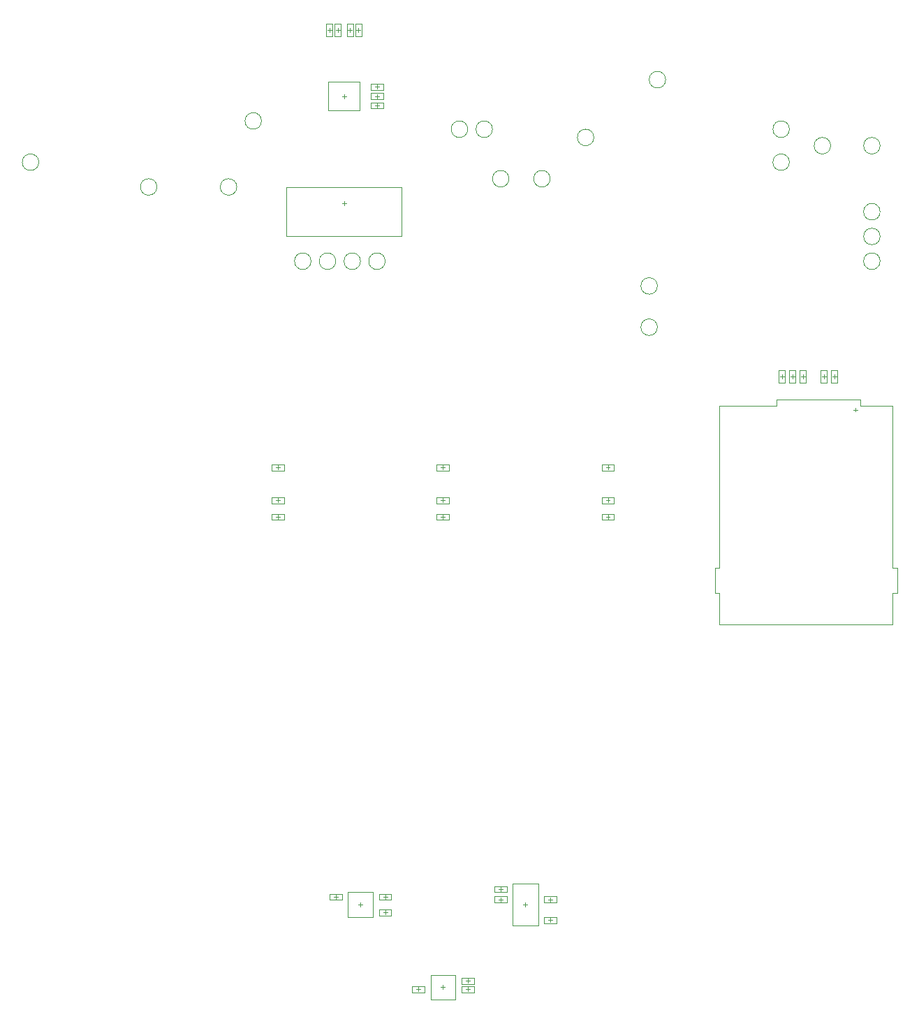
<source format=gbr>
%TF.GenerationSoftware,Altium Limited,Altium Designer,23.3.1 (30)*%
G04 Layer_Color=16711935*
%FSLAX45Y45*%
%MOMM*%
%TF.SameCoordinates,E4F86091-2262-4A10-A0E3-B6E4D0D901A0*%
%TF.FilePolarity,Positive*%
%TF.FileFunction,Other,Bottom_Courtyard*%
%TF.Part,Single*%
G01*
G75*
%TA.AperFunction,NonConductor*%
%ADD81C,0.10000*%
%ADD158C,0.02000*%
%ADD159C,0.01000*%
D81*
X-1600000Y8800000D02*
G03*
X-1600000Y8800000I-100000J0D01*
G01*
X-1300000D02*
G03*
X-1300000Y8800000I-100000J0D01*
G01*
X-700000D02*
G03*
X-700000Y8800000I-100000J0D01*
G01*
X-1000000D02*
G03*
X-1000000Y8800000I-100000J0D01*
G01*
X1829820Y10300000D02*
G03*
X1829820Y10300000I-100000J0D01*
G01*
X2700000Y11000000D02*
G03*
X2700000Y11000000I-100000J0D01*
G01*
X5300000Y9400000D02*
G03*
X5300000Y9400000I-100000J0D01*
G01*
X4700000Y10200000D02*
G03*
X4700000Y10200000I-100000J0D01*
G01*
X5300000Y9100000D02*
G03*
X5300000Y9100000I-100000J0D01*
G01*
Y8800000D02*
G03*
X5300000Y8800000I-100000J0D01*
G01*
X4200000Y10400000D02*
G03*
X4200000Y10400000I-100000J0D01*
G01*
Y10000000D02*
G03*
X4200000Y10000000I-100000J0D01*
G01*
X5300000Y10200000D02*
G03*
X5300000Y10200000I-100000J0D01*
G01*
X300000Y10400000D02*
G03*
X300000Y10400000I-100000J0D01*
G01*
X600000D02*
G03*
X600000Y10400000I-100000J0D01*
G01*
X2600000Y8500000D02*
G03*
X2600000Y8500000I-100000J0D01*
G01*
Y8000000D02*
G03*
X2600000Y8000000I-100000J0D01*
G01*
X800000Y9800000D02*
G03*
X800000Y9800000I-100000J0D01*
G01*
X1300000D02*
G03*
X1300000Y9800000I-100000J0D01*
G01*
X-2500000Y9700000D02*
G03*
X-2500000Y9700000I-100000J0D01*
G01*
X-2200000Y10500000D02*
G03*
X-2200000Y10500000I-100000J0D01*
G01*
X-3468000Y9700000D02*
G03*
X-3468000Y9700000I-100000J0D01*
G01*
X-4900000Y10000000D02*
G03*
X-4900000Y10000000I-100000J0D01*
G01*
D158*
X-725000Y10650000D02*
Y10725000D01*
X-875000D02*
X-725000D01*
X-875000Y10650000D02*
X-725000D01*
X-825000Y10687500D02*
X-775000D01*
X-800000Y10662500D02*
Y10712500D01*
X-875000Y10650000D02*
Y10725000D01*
Y10875000D02*
Y10950000D01*
X-800000Y10887500D02*
Y10937500D01*
X-825000Y10912500D02*
X-775000D01*
X-875000Y10875000D02*
X-725000D01*
X-875000Y10950000D02*
X-725000D01*
Y10875000D02*
Y10950000D01*
X-1412500Y11525000D02*
X-1337500D01*
X-1400000Y11600000D02*
X-1350000D01*
X-1375000Y11575000D02*
Y11625000D01*
X-1337500Y11525000D02*
Y11675000D01*
X-1412500Y11525000D02*
Y11675000D01*
X-1337500D01*
X-1312500Y11525000D02*
X-1237500D01*
X-1300000Y11600000D02*
X-1250000D01*
X-1275000Y11575000D02*
Y11625000D01*
X-1237500Y11525000D02*
Y11675000D01*
X-1312500Y11525000D02*
Y11675000D01*
X-1237500D01*
X-1162500Y11525000D02*
X-1087500D01*
X-1150000Y11600000D02*
X-1100000D01*
X-1125000Y11575000D02*
Y11625000D01*
X-1087500Y11525000D02*
Y11675000D01*
X-1162500Y11525000D02*
Y11675000D01*
X-1087500D01*
X-1062500Y11525000D02*
X-987500D01*
X-1050000Y11600000D02*
X-1000000D01*
X-1025000Y11575000D02*
Y11625000D01*
X-987500Y11525000D02*
Y11675000D01*
X-1062500Y11525000D02*
Y11675000D01*
X-987500D01*
X4073500Y7325000D02*
X4148500D01*
X4086000Y7400000D02*
X4136000D01*
X4111000Y7375000D02*
Y7425000D01*
X4148500Y7325000D02*
Y7475000D01*
X4073500Y7325000D02*
Y7475000D01*
X4148500D01*
X4200500Y7325000D02*
X4275500D01*
X4213000Y7400000D02*
X4263000D01*
X4238000Y7375000D02*
Y7425000D01*
X4275500Y7325000D02*
Y7475000D01*
X4200500Y7325000D02*
Y7475000D01*
X4275500D01*
X4327500Y7325000D02*
X4402500D01*
X4340000Y7400000D02*
X4390000D01*
X4365000Y7375000D02*
Y7425000D01*
X4402500Y7325000D02*
Y7475000D01*
X4327500Y7325000D02*
Y7475000D01*
X4402500D01*
X4581500Y7325000D02*
X4656500D01*
X4594000Y7400000D02*
X4644000D01*
X4619000Y7375000D02*
Y7425000D01*
X4656500Y7325000D02*
Y7475000D01*
X4581500Y7325000D02*
Y7475000D01*
X4656500D01*
X4708500Y7325000D02*
X4783500D01*
X4721000Y7400000D02*
X4771000D01*
X4746000Y7375000D02*
Y7425000D01*
X4783500Y7325000D02*
Y7475000D01*
X4708500Y7325000D02*
Y7475000D01*
X4783500D01*
X-225000Y-62500D02*
Y12500D01*
X-300000Y-50000D02*
Y0D01*
X-325000Y-25000D02*
X-275000D01*
X-375000Y12500D02*
X-225000D01*
X-375000Y-62500D02*
X-225000D01*
X-375000D02*
Y12500D01*
X2075000Y5862500D02*
Y5937500D01*
X2000000Y5875000D02*
Y5925000D01*
X1975000Y5900000D02*
X2025000D01*
X1925000Y5937500D02*
X2075000D01*
X1925000Y5862500D02*
X2075000D01*
X1925000D02*
Y5937500D01*
X75000Y5862500D02*
Y5937500D01*
X0Y5875000D02*
Y5925000D01*
X-25000Y5900000D02*
X25000D01*
X-75000Y5937500D02*
X75000D01*
X-75000Y5862500D02*
X75000D01*
X-75000D02*
Y5937500D01*
X-1925000Y5862500D02*
Y5937500D01*
X-2000000Y5875000D02*
Y5925000D01*
X-2025000Y5900000D02*
X-1975000D01*
X-2075000Y5937500D02*
X-1925000D01*
X-2075000Y5862500D02*
X-1925000D01*
X-2075000D02*
Y5937500D01*
X-1225000Y1057500D02*
Y1132500D01*
X-1300000Y1070000D02*
Y1120000D01*
X-1325000Y1095000D02*
X-1275000D01*
X-1375000Y1132500D02*
X-1225000D01*
X-1375000Y1057500D02*
X-1225000D01*
X-1375000D02*
Y1132500D01*
X1225000Y775000D02*
Y850000D01*
X1300000Y787500D02*
Y837500D01*
X1275000Y812500D02*
X1325000D01*
X1225000Y775000D02*
X1375000D01*
X1225000Y850000D02*
X1375000D01*
Y775000D02*
Y850000D01*
X1225000Y1025000D02*
Y1100000D01*
X1300000Y1037500D02*
Y1087500D01*
X1275000Y1062500D02*
X1325000D01*
X1225000Y1025000D02*
X1375000D01*
X1225000Y1100000D02*
X1375000D01*
Y1025000D02*
Y1100000D01*
D159*
X-1225000Y9500000D02*
X-1175000D01*
X-1200000Y9475000D02*
Y9525000D01*
X-500000Y9100000D02*
Y9700000D01*
X-1900000Y9100000D02*
X-500000D01*
X-1900000D02*
Y9700000D01*
X-500000D01*
X-1225000Y10800000D02*
X-1175000D01*
X-1200000Y10775000D02*
Y10825000D01*
X-1390000Y10625000D02*
Y10975000D01*
X-1010000D01*
X-1390000Y10625000D02*
X-1010000D01*
Y10975000D01*
X-800000Y10775000D02*
Y10825000D01*
X-825000Y10800000D02*
X-775000D01*
X-875000Y10762500D02*
X-725000D01*
X-875000Y10837500D02*
X-725000D01*
Y10762500D02*
Y10837500D01*
X-875000Y10762500D02*
Y10837500D01*
X4975000Y7000000D02*
X5025000D01*
X5000000Y6975000D02*
Y7025000D01*
X3298200Y5082300D02*
X3349000D01*
X3298200Y4777500D02*
Y5082300D01*
Y4777500D02*
X3349000D01*
X3350000Y4400000D02*
X5450000D01*
X3349000Y5082300D02*
Y7050000D01*
Y4400000D02*
Y4777500D01*
X5450000D02*
X5510000D01*
Y5082300D01*
X5450000D02*
X5510000D01*
X5450000D02*
Y7050000D01*
Y4400000D02*
Y4777500D01*
X5060000Y7050000D02*
Y7123500D01*
X4047500D02*
X5060000D01*
X4047500Y7050000D02*
Y7123500D01*
X3349000Y7050000D02*
X4047500D01*
X5060000D02*
X5450000D01*
X300000Y-50000D02*
Y0D01*
X275000Y-25000D02*
X325000D01*
X225000Y-62500D02*
X375000D01*
X225000Y12500D02*
X375000D01*
Y-62500D02*
Y12500D01*
X225000Y-62500D02*
Y12500D01*
X300000Y50000D02*
Y100000D01*
X275000Y75000D02*
X325000D01*
X225000Y37500D02*
X375000D01*
X225000Y112500D02*
X375000D01*
Y37500D02*
Y112500D01*
X225000Y37500D02*
Y112500D01*
X-25000Y0D02*
X25000D01*
X0Y-25000D02*
Y25000D01*
X150000Y-150000D02*
Y150000D01*
X-150000Y-150000D02*
X150000D01*
X-150000D02*
Y150000D01*
X150000D01*
X2000000Y6275000D02*
Y6325000D01*
X1975000Y6300000D02*
X2025000D01*
X1925000Y6337500D02*
X2075000D01*
X1925000Y6262500D02*
X2075000D01*
X1925000D02*
Y6337500D01*
X2075000Y6262500D02*
Y6337500D01*
X2000000Y5675000D02*
Y5725000D01*
X1975000Y5700000D02*
X2025000D01*
X1925000Y5737500D02*
X2075000D01*
X1925000Y5662500D02*
X2075000D01*
X1925000D02*
Y5737500D01*
X2075000Y5662500D02*
Y5737500D01*
X0Y6275000D02*
Y6325000D01*
X-25000Y6300000D02*
X25000D01*
X-75000Y6337500D02*
X75000D01*
X-75000Y6262500D02*
X75000D01*
X-75000D02*
Y6337500D01*
X75000Y6262500D02*
Y6337500D01*
X0Y5675000D02*
Y5725000D01*
X-25000Y5700000D02*
X25000D01*
X-75000Y5737500D02*
X75000D01*
X-75000Y5662500D02*
X75000D01*
X-75000D02*
Y5737500D01*
X75000Y5662500D02*
Y5737500D01*
X-2000000Y6275000D02*
Y6325000D01*
X-2025000Y6300000D02*
X-1975000D01*
X-2075000Y6337500D02*
X-1925000D01*
X-2075000Y6262500D02*
X-1925000D01*
X-2075000D02*
Y6337500D01*
X-1925000Y6262500D02*
Y6337500D01*
X-2000000Y5675000D02*
Y5725000D01*
X-2025000Y5700000D02*
X-1975000D01*
X-2075000Y5737500D02*
X-1925000D01*
X-2075000Y5662500D02*
X-1925000D01*
X-2075000D02*
Y5737500D01*
X-1925000Y5662500D02*
Y5737500D01*
X-1000000Y975000D02*
Y1025000D01*
X-1025000Y1000000D02*
X-975000D01*
X-1150000Y1150000D02*
X-850000D01*
X-1150000Y850000D02*
Y1150000D01*
Y850000D02*
X-850000D01*
Y1150000D01*
X-700000Y880000D02*
Y930000D01*
X-725000Y905000D02*
X-675000D01*
X-775000Y867500D02*
X-625000D01*
X-775000Y942500D02*
X-625000D01*
Y867500D02*
Y942500D01*
X-775000Y867500D02*
Y942500D01*
X-700000Y1070000D02*
Y1120000D01*
X-725000Y1095000D02*
X-675000D01*
X-775000Y1057500D02*
X-625000D01*
X-775000Y1132500D02*
X-625000D01*
Y1057500D02*
Y1132500D01*
X-775000Y1057500D02*
Y1132500D01*
X700000Y1162500D02*
Y1212500D01*
X675000Y1187500D02*
X725000D01*
X625000Y1225000D02*
X775000D01*
X625000Y1150000D02*
X775000D01*
X625000D02*
Y1225000D01*
X775000Y1150000D02*
Y1225000D01*
X700000Y1037500D02*
Y1087500D01*
X675000Y1062500D02*
X725000D01*
X625000Y1100000D02*
X775000D01*
X625000Y1025000D02*
X775000D01*
X625000D02*
Y1100000D01*
X775000Y1025000D02*
Y1100000D01*
X842520Y743460D02*
X1157480D01*
Y1256540D01*
X842520D02*
X1157480D01*
X842520Y743460D02*
Y1256540D01*
X1000000Y975000D02*
Y1025000D01*
X975000Y1000000D02*
X1025000D01*
%TF.MD5,c9e7637f2a0ae06a676e60742b9d7161*%
M02*

</source>
